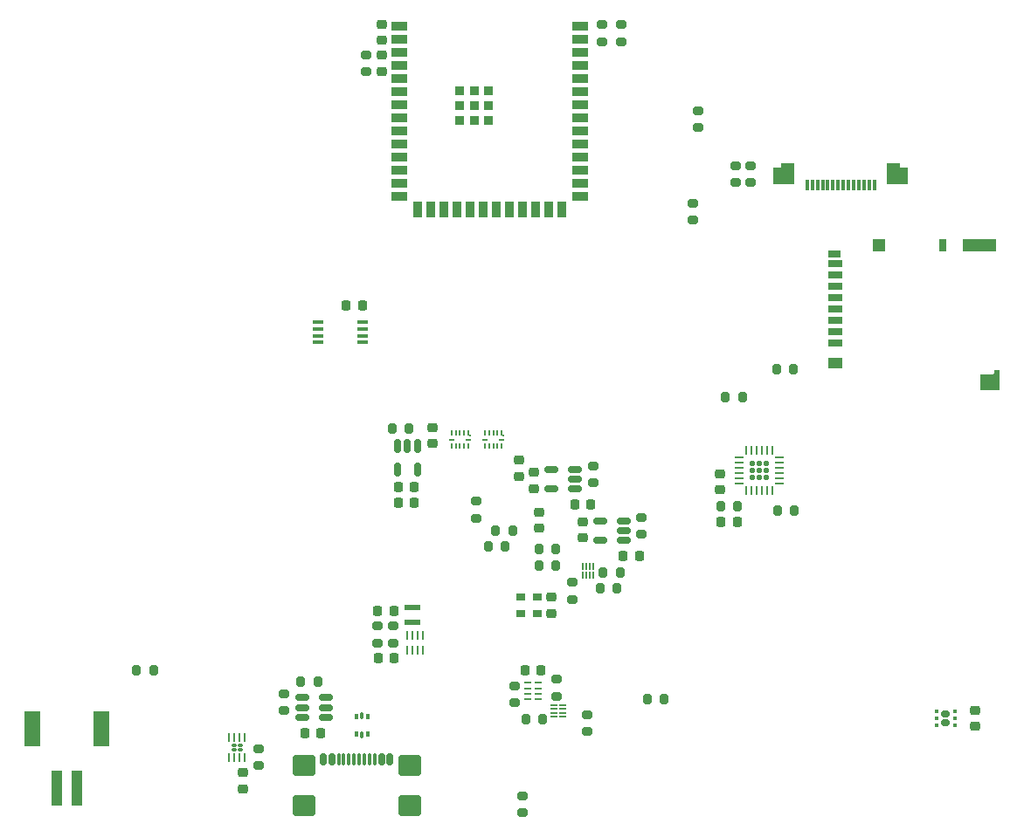
<source format=gbr>
%TF.GenerationSoftware,KiCad,Pcbnew,9.0.6+1*%
%TF.CreationDate,2026-01-19T19:04:29+00:00*%
%TF.ProjectId,Mainboard,4d61696e-626f-4617-9264-2e6b69636164, + (Unreleased)*%
%TF.SameCoordinates,Original*%
%TF.FileFunction,Paste,Top*%
%TF.FilePolarity,Positive*%
%FSLAX46Y46*%
G04 Gerber Fmt 4.6, Leading zero omitted, Abs format (unit mm)*
G04 Created by KiCad (PCBNEW 9.0.6+1) date 2026-01-19 19:04:29*
%MOMM*%
%LPD*%
G01*
G04 APERTURE LIST*
G04 Aperture macros list*
%AMRoundRect*
0 Rectangle with rounded corners*
0 $1 Rounding radius*
0 $2 $3 $4 $5 $6 $7 $8 $9 X,Y pos of 4 corners*
0 Add a 4 corners polygon primitive as box body*
4,1,4,$2,$3,$4,$5,$6,$7,$8,$9,$2,$3,0*
0 Add four circle primitives for the rounded corners*
1,1,$1+$1,$2,$3*
1,1,$1+$1,$4,$5*
1,1,$1+$1,$6,$7*
1,1,$1+$1,$8,$9*
0 Add four rect primitives between the rounded corners*
20,1,$1+$1,$2,$3,$4,$5,0*
20,1,$1+$1,$4,$5,$6,$7,0*
20,1,$1+$1,$6,$7,$8,$9,0*
20,1,$1+$1,$8,$9,$2,$3,0*%
%AMRotRect*
0 Rectangle, with rotation*
0 The origin of the aperture is its center*
0 $1 length*
0 $2 width*
0 $3 Rotation angle, in degrees counterclockwise*
0 Add horizontal line*
21,1,$1,$2,0,0,$3*%
%AMFreePoly0*
4,1,7,1.050000,-0.975000,-0.250000,-0.975000,-0.250000,-0.625000,-1.050000,-0.625000,-1.050000,0.975000,1.050000,0.975000,1.050000,-0.975000,1.050000,-0.975000,$1*%
%AMFreePoly1*
4,1,7,1.050000,-0.625000,0.250000,-0.625000,0.250000,-0.975000,-1.050000,-0.975000,-1.050000,0.975000,1.050000,0.975000,1.050000,-0.625000,1.050000,-0.625000,$1*%
G04 Aperture macros list end*
%ADD10RoundRect,0.225000X0.250000X-0.225000X0.250000X0.225000X-0.250000X0.225000X-0.250000X-0.225000X0*%
%ADD11R,1.100000X0.400000*%
%ADD12RoundRect,0.225000X0.225000X0.250000X-0.225000X0.250000X-0.225000X-0.250000X0.225000X-0.250000X0*%
%ADD13RoundRect,0.200000X-0.200000X-0.275000X0.200000X-0.275000X0.200000X0.275000X-0.200000X0.275000X0*%
%ADD14RoundRect,0.200000X0.275000X-0.200000X0.275000X0.200000X-0.275000X0.200000X-0.275000X-0.200000X0*%
%ADD15RoundRect,0.225000X-0.250000X0.225000X-0.250000X-0.225000X0.250000X-0.225000X0.250000X0.225000X0*%
%ADD16RoundRect,0.200000X-0.275000X0.200000X-0.275000X-0.200000X0.275000X-0.200000X0.275000X0.200000X0*%
%ADD17R,0.850000X0.650000*%
%ADD18RoundRect,0.075000X0.075000X0.475000X-0.075000X0.475000X-0.075000X-0.475000X0.075000X-0.475000X0*%
%ADD19FreePoly0,180.000000*%
%ADD20FreePoly1,180.000000*%
%ADD21RoundRect,0.150000X0.512500X0.150000X-0.512500X0.150000X-0.512500X-0.150000X0.512500X-0.150000X0*%
%ADD22R,0.650000X0.170000*%
%ADD23RoundRect,0.200000X0.200000X0.275000X-0.200000X0.275000X-0.200000X-0.275000X0.200000X-0.275000X0*%
%ADD24RoundRect,0.160000X-0.245000X-0.160000X0.245000X-0.160000X0.245000X0.160000X-0.245000X0.160000X0*%
%ADD25RoundRect,0.093750X-0.093750X-0.106250X0.093750X-0.106250X0.093750X0.106250X-0.093750X0.106250X0*%
%ADD26R,0.170000X0.650000*%
%ADD27RoundRect,0.080000X0.160000X-0.080000X0.160000X0.080000X-0.160000X0.080000X-0.160000X-0.080000X0*%
%ADD28RoundRect,0.062500X0.062500X-0.325000X0.062500X0.325000X-0.062500X0.325000X-0.062500X-0.325000X0*%
%ADD29RoundRect,0.225000X-0.225000X-0.250000X0.225000X-0.250000X0.225000X0.250000X-0.225000X0.250000X0*%
%ADD30RoundRect,0.093750X0.093750X-0.156250X0.093750X0.156250X-0.093750X0.156250X-0.093750X-0.156250X0*%
%ADD31RoundRect,0.075000X0.075000X-0.250000X0.075000X0.250000X-0.075000X0.250000X-0.075000X-0.250000X0*%
%ADD32R,0.700000X0.270000*%
%ADD33RoundRect,0.062500X0.062500X-0.337500X0.062500X0.337500X-0.062500X0.337500X-0.062500X-0.337500X0*%
%ADD34R,0.200000X0.600000*%
%ADD35R,0.250000X0.150000*%
%ADD36R,0.600000X0.200000*%
%ADD37RoundRect,0.140000X0.140000X-0.140000X0.140000X0.140000X-0.140000X0.140000X-0.140000X-0.140000X0*%
%ADD38RoundRect,0.062500X0.062500X-0.375000X0.062500X0.375000X-0.062500X0.375000X-0.062500X-0.375000X0*%
%ADD39RoundRect,0.062500X0.375000X-0.062500X0.375000X0.062500X-0.375000X0.062500X-0.375000X-0.062500X0*%
%ADD40R,0.900000X0.900000*%
%ADD41R,1.500000X0.900000*%
%ADD42R,0.900000X1.500000*%
%ADD43RoundRect,0.137500X0.662500X-0.137500X0.662500X0.137500X-0.662500X0.137500X-0.662500X-0.137500X0*%
%ADD44RoundRect,0.150000X-0.150000X0.512500X-0.150000X-0.512500X0.150000X-0.512500X0.150000X0.512500X0*%
%ADD45R,1.000000X3.500000*%
%ADD46R,1.500000X3.400000*%
%ADD47R,1.400000X0.700000*%
%ADD48R,1.200000X0.700000*%
%ADD49R,0.800000X1.200000*%
%ADD50R,1.900000X1.500000*%
%ADD51RotRect,0.200000X0.200000X135.000000*%
%ADD52R,0.500000X0.500000*%
%ADD53R,1.400000X1.000000*%
%ADD54R,1.200000X1.200000*%
%ADD55R,3.200000X1.200000*%
%ADD56RoundRect,0.150000X-0.150000X-0.425000X0.150000X-0.425000X0.150000X0.425000X-0.150000X0.425000X0*%
%ADD57RoundRect,0.075000X-0.075000X-0.500000X0.075000X-0.500000X0.075000X0.500000X-0.075000X0.500000X0*%
%ADD58RoundRect,0.250000X-0.840000X-0.750000X0.840000X-0.750000X0.840000X0.750000X-0.840000X0.750000X0*%
G04 APERTURE END LIST*
D10*
%TO.C,C811*%
X225000000Y-169150000D03*
X225000000Y-167600000D03*
%TD*%
D11*
%TO.C,IC1104*%
X199350000Y-148225000D03*
X199350000Y-148875000D03*
X199350000Y-149525000D03*
X199350000Y-150175000D03*
X203650000Y-150175000D03*
X203650000Y-149525000D03*
X203650000Y-148875000D03*
X203650000Y-148225000D03*
%TD*%
D12*
%TO.C,C806*%
X206700000Y-176225000D03*
X205150000Y-176225000D03*
%TD*%
D13*
%TO.C,R1202*%
X238825000Y-155500000D03*
X240475000Y-155500000D03*
%TD*%
D14*
%TO.C,R1402*%
X241300000Y-134700000D03*
X241300000Y-133050000D03*
%TD*%
D15*
%TO.C,C901*%
X205500000Y-122325000D03*
X205500000Y-123875000D03*
%TD*%
D16*
%TO.C,R805*%
X226000000Y-162150000D03*
X226000000Y-163800000D03*
%TD*%
D17*
%TO.C,Y1001*%
X220575000Y-176500000D03*
X220575000Y-174850000D03*
X219025000Y-174850000D03*
X219025000Y-176500000D03*
%TD*%
D18*
%TO.C,X1401*%
X253250000Y-134900000D03*
X252750000Y-134900000D03*
X252250000Y-134900000D03*
X251750000Y-134900000D03*
X251250000Y-134900000D03*
X250750000Y-134900000D03*
X250250000Y-134900000D03*
X249750000Y-134900000D03*
X249250000Y-134900000D03*
X248750000Y-134900000D03*
X248250000Y-134900000D03*
X247750000Y-134900000D03*
X247250000Y-134900000D03*
X246750000Y-134900000D03*
D19*
X255500000Y-133775000D03*
D20*
X244500000Y-133775000D03*
%TD*%
D12*
%TO.C,C1101*%
X239975000Y-167600000D03*
X238425000Y-167600000D03*
%TD*%
D21*
%TO.C,IC804*%
X224275000Y-164375000D03*
X224275000Y-163425000D03*
X224275000Y-162475000D03*
X222000000Y-162475000D03*
X222000000Y-164375000D03*
%TD*%
D22*
%TO.C,IC1103*%
X223024999Y-186450000D03*
X223025000Y-186100000D03*
X223025000Y-185750000D03*
X223024999Y-185400000D03*
X222175001Y-185400000D03*
X222175000Y-185750000D03*
X222175000Y-186100000D03*
X222175001Y-186450000D03*
%TD*%
D14*
%TO.C,R1110*%
X218400000Y-185125000D03*
X218400000Y-183475000D03*
%TD*%
D10*
%TO.C,C1003*%
X222000000Y-176450000D03*
X222000000Y-174900000D03*
%TD*%
D23*
%TO.C,R1006*%
X228625000Y-172500000D03*
X226975000Y-172500000D03*
%TD*%
D16*
%TO.C,R902*%
X224000000Y-173475000D03*
X224000000Y-175125000D03*
%TD*%
D23*
%TO.C,R704*%
X199330000Y-183100000D03*
X197680000Y-183100000D03*
%TD*%
D24*
%TO.C,IC1102*%
X260187500Y-186250000D03*
X260187500Y-187050000D03*
D25*
X259300000Y-186000000D03*
X259300000Y-186650000D03*
X259300000Y-187300000D03*
X261075000Y-187300000D03*
X261075000Y-186650000D03*
X261075000Y-186000000D03*
%TD*%
D13*
%TO.C,R1203*%
X243775000Y-152800000D03*
X245425000Y-152800000D03*
%TD*%
D15*
%TO.C,C1103*%
X262987500Y-185875000D03*
X262987500Y-187425000D03*
%TD*%
D23*
%TO.C,R1003*%
X222425000Y-171800000D03*
X220775000Y-171800000D03*
%TD*%
D14*
%TO.C,R1403*%
X239800000Y-134700000D03*
X239800000Y-133050000D03*
%TD*%
D10*
%TO.C,C810*%
X220300000Y-164350000D03*
X220300000Y-162800000D03*
%TD*%
D23*
%TO.C,R1001*%
X222425000Y-170250000D03*
X220775000Y-170250000D03*
%TD*%
D13*
%TO.C,R1112*%
X243870000Y-166500000D03*
X245520000Y-166500000D03*
%TD*%
%TO.C,R901*%
X226700000Y-174000000D03*
X228350000Y-174000000D03*
%TD*%
D26*
%TO.C,IC1002*%
X226050000Y-171950002D03*
X225700000Y-171950001D03*
X225350000Y-171950001D03*
X225000000Y-171950002D03*
X225000000Y-172800000D03*
X225350000Y-172800001D03*
X225700000Y-172800001D03*
X226050000Y-172800000D03*
%TD*%
D23*
%TO.C,R1004*%
X218225000Y-168450000D03*
X216575000Y-168450000D03*
%TD*%
D14*
%TO.C,R1111*%
X222500000Y-184525000D03*
X222500000Y-182875000D03*
%TD*%
D16*
%TO.C,R806*%
X230700000Y-167150000D03*
X230700000Y-168800000D03*
%TD*%
D27*
%TO.C,IC703*%
X191200000Y-189699999D03*
X191800000Y-189699999D03*
X191200000Y-189300001D03*
X191800000Y-189300001D03*
D28*
X190750000Y-190487500D03*
X191250000Y-190487500D03*
X191750000Y-190487500D03*
X192250000Y-190487500D03*
X192250000Y-188512500D03*
X191750000Y-188512500D03*
X191250000Y-188512500D03*
X190750000Y-188512500D03*
%TD*%
D29*
%TO.C,C808*%
X228925000Y-170875000D03*
X230475000Y-170875000D03*
%TD*%
D30*
%TO.C,IC701*%
X203067500Y-188150000D03*
D31*
X203605000Y-188225000D03*
D30*
X204142500Y-188150000D03*
X204142500Y-186450000D03*
D31*
X203605000Y-186375000D03*
D30*
X203067500Y-186450000D03*
%TD*%
D23*
%TO.C,R1005*%
X217475000Y-170000000D03*
X215825000Y-170000000D03*
%TD*%
D29*
%TO.C,C701*%
X198055000Y-188100000D03*
X199605000Y-188100000D03*
%TD*%
D13*
%TO.C,R807*%
X206550000Y-158500000D03*
X208200000Y-158500000D03*
%TD*%
%TO.C,R1108*%
X231250000Y-184800000D03*
X232900000Y-184800000D03*
%TD*%
D32*
%TO.C,IC1105*%
X220700000Y-184810000D03*
X220700000Y-184270000D03*
X220700000Y-183730000D03*
X220700000Y-183190000D03*
X219700000Y-183190000D03*
X219700000Y-183730000D03*
X219700000Y-184270000D03*
X219700000Y-184810000D03*
%TD*%
D33*
%TO.C,IC801*%
X207979999Y-180025000D03*
X208480000Y-180025000D03*
X208980000Y-180025000D03*
X209480001Y-180025000D03*
X209480001Y-178575000D03*
X208980000Y-178575000D03*
X208480000Y-178575000D03*
X207979999Y-178575000D03*
%TD*%
D16*
%TO.C,R1401*%
X236200000Y-127675000D03*
X236200000Y-129325000D03*
%TD*%
%TO.C,R903*%
X204000000Y-122275000D03*
X204000000Y-123925000D03*
%TD*%
D10*
%TO.C,C902*%
X205500000Y-120875000D03*
X205500000Y-119325000D03*
%TD*%
D12*
%TO.C,C1104*%
X203650000Y-146600000D03*
X202100000Y-146600000D03*
%TD*%
D16*
%TO.C,R1107*%
X225400000Y-186300000D03*
X225400000Y-187950000D03*
%TD*%
D34*
%TO.C,IC1001*%
X213900001Y-158950000D03*
D35*
X214075001Y-159175000D03*
D34*
X213500001Y-158950000D03*
X213100001Y-158950000D03*
X212700001Y-158950000D03*
X212300001Y-158950000D03*
D36*
X212300001Y-159600000D03*
D34*
X212300001Y-160250000D03*
X212700001Y-160250000D03*
X213100001Y-160250000D03*
X213500001Y-160250000D03*
X213900001Y-160250000D03*
D36*
X213900001Y-159600000D03*
%TD*%
D14*
%TO.C,R1102*%
X226900000Y-121025000D03*
X226900000Y-119375000D03*
%TD*%
D16*
%TO.C,R1002*%
X214650000Y-165575000D03*
X214650000Y-167225000D03*
%TD*%
D14*
%TO.C,R1404*%
X228700000Y-121025000D03*
X228700000Y-119375000D03*
%TD*%
D37*
%TO.C,IC1101*%
X241400000Y-163300000D03*
X242100000Y-163300000D03*
X242800000Y-163300000D03*
X241400000Y-162600000D03*
X242100000Y-162600000D03*
X242800000Y-162600000D03*
X241400000Y-161900000D03*
X242100000Y-161900000D03*
X242800000Y-161900000D03*
D38*
X240850000Y-164537500D03*
X241350000Y-164537499D03*
X241850000Y-164537500D03*
X242350000Y-164537500D03*
X242850000Y-164537499D03*
X243350000Y-164537500D03*
D39*
X244037500Y-163850000D03*
X244037499Y-163350000D03*
X244037500Y-162850000D03*
X244037500Y-162350000D03*
X244037499Y-161850000D03*
X244037500Y-161350000D03*
D38*
X243350000Y-160662500D03*
X242850000Y-160662501D03*
X242350000Y-160662500D03*
X241850000Y-160662500D03*
X241350000Y-160662501D03*
X240850000Y-160662500D03*
D39*
X240162500Y-161350000D03*
X240162501Y-161850000D03*
X240162500Y-162350000D03*
X240162500Y-162850000D03*
X240162501Y-163350000D03*
X240162500Y-163850000D03*
%TD*%
D10*
%TO.C,C809*%
X210475000Y-159975000D03*
X210475000Y-158425000D03*
%TD*%
D40*
%TO.C,M901*%
X213100000Y-125810000D03*
X213100000Y-127210000D03*
X213100000Y-128610000D03*
X214500000Y-125810000D03*
X214500000Y-127210000D03*
X214500000Y-128610000D03*
X215900000Y-125810000D03*
X215900000Y-127210000D03*
X215900000Y-128610000D03*
D41*
X207250000Y-119490000D03*
X207250000Y-120760000D03*
X207250000Y-122030000D03*
X207250000Y-123300000D03*
X207250000Y-124570000D03*
X207250000Y-125840000D03*
X207250000Y-127110000D03*
X207250000Y-128380000D03*
X207250000Y-129650000D03*
X207250000Y-130920000D03*
X207250000Y-132190000D03*
X207250000Y-133460000D03*
X207250000Y-134730000D03*
X207250000Y-136000000D03*
D42*
X209015000Y-137250000D03*
X210285000Y-137250000D03*
X211555000Y-137250000D03*
X212825000Y-137250000D03*
X214095000Y-137250000D03*
X215365000Y-137250000D03*
X216635000Y-137250000D03*
X217905000Y-137250000D03*
X219175000Y-137250000D03*
X220445000Y-137250000D03*
X221715000Y-137250000D03*
X222985000Y-137250000D03*
D41*
X224750000Y-136000000D03*
X224750000Y-134730000D03*
X224750000Y-133460000D03*
X224750000Y-132190000D03*
X224750000Y-130920000D03*
X224750000Y-129650000D03*
X224750000Y-128380000D03*
X224750000Y-127110000D03*
X224750000Y-125840000D03*
X224750000Y-124570000D03*
X224750000Y-123300000D03*
X224750000Y-122030000D03*
X224750000Y-120760000D03*
X224750000Y-119490000D03*
%TD*%
D29*
%TO.C,C1105*%
X219425000Y-182000000D03*
X220975000Y-182000000D03*
%TD*%
D16*
%TO.C,R808*%
X219200000Y-194175000D03*
X219200000Y-195825000D03*
%TD*%
D12*
%TO.C,C812*%
X208675000Y-164200000D03*
X207125000Y-164200000D03*
%TD*%
D16*
%TO.C,R1405*%
X235700000Y-136650000D03*
X235700000Y-138300000D03*
%TD*%
D43*
%TO.C,L801*%
X208525000Y-177349999D03*
X208525000Y-175900001D03*
%TD*%
D12*
%TO.C,C1002*%
X208675000Y-165750000D03*
X207125000Y-165750000D03*
%TD*%
D44*
%TO.C,IC806*%
X208970000Y-160232500D03*
X208020000Y-160232500D03*
X207070000Y-160232500D03*
X207070000Y-162507500D03*
X208970000Y-162507500D03*
%TD*%
D15*
%TO.C,C1001*%
X220800000Y-166625000D03*
X220800000Y-168175000D03*
%TD*%
%TO.C,C703*%
X192105000Y-191925000D03*
X192105000Y-193475000D03*
%TD*%
D34*
%TO.C,IC1003*%
X217150000Y-158950000D03*
D35*
X217325000Y-159175000D03*
D34*
X216750000Y-158950000D03*
X216350000Y-158950000D03*
X215950000Y-158950000D03*
X215550000Y-158950000D03*
D36*
X215550000Y-159600000D03*
D34*
X215550000Y-160250000D03*
X215950000Y-160250000D03*
X216350000Y-160250000D03*
X216750000Y-160250000D03*
X217150000Y-160250000D03*
D36*
X217150000Y-159600000D03*
%TD*%
D16*
%TO.C,R803*%
X206650000Y-177675000D03*
X206650000Y-179325000D03*
%TD*%
D23*
%TO.C,R1101*%
X240025000Y-166100000D03*
X238375000Y-166100000D03*
%TD*%
D15*
%TO.C,C1102*%
X238300000Y-162925000D03*
X238300000Y-164475000D03*
%TD*%
D14*
%TO.C,R703*%
X196054999Y-185925000D03*
X196054999Y-184275000D03*
%TD*%
D12*
%TO.C,C801*%
X206750000Y-180775000D03*
X205200000Y-180775000D03*
%TD*%
D45*
%TO.C,X702*%
X176000000Y-193450000D03*
X174000000Y-193450000D03*
D46*
X178350000Y-187700000D03*
X171650000Y-187700000D03*
%TD*%
D10*
%TO.C,C1004*%
X218800000Y-163175000D03*
X218800000Y-161625000D03*
%TD*%
D16*
%TO.C,R710*%
X193600000Y-189575000D03*
X193600000Y-191225000D03*
%TD*%
D14*
%TO.C,R804*%
X205150000Y-179325000D03*
X205150000Y-177675000D03*
%TD*%
D47*
%TO.C,X1301*%
X249475000Y-150275000D03*
X249475000Y-149175000D03*
X249475000Y-148075000D03*
X249475000Y-146975000D03*
X249475000Y-145875000D03*
X249475000Y-144775000D03*
X249475000Y-143675000D03*
X249475000Y-142575000D03*
D48*
X249375000Y-141625000D03*
D49*
X259875000Y-140775000D03*
D50*
X264475000Y-154075000D03*
D51*
X264925000Y-153325000D03*
D52*
X265175000Y-153075000D03*
D53*
X249475000Y-152175000D03*
D54*
X253675000Y-140775000D03*
D55*
X263475000Y-140775000D03*
%TD*%
D23*
%TO.C,TH701*%
X183399999Y-182000000D03*
X181749999Y-182000000D03*
%TD*%
D56*
%TO.C,X701*%
X199900000Y-190620000D03*
X200700000Y-190620000D03*
D57*
X201850000Y-190620000D03*
X202850000Y-190620000D03*
X203350000Y-190620000D03*
X204350000Y-190620000D03*
D56*
X205500000Y-190620000D03*
X206300000Y-190620000D03*
X206300000Y-190620000D03*
X205500000Y-190620000D03*
D57*
X204850000Y-190620000D03*
X203850000Y-190620000D03*
X202350000Y-190620000D03*
X201350000Y-190620000D03*
D56*
X200700000Y-190620000D03*
X199900000Y-190620000D03*
D58*
X197990000Y-191195000D03*
X197990000Y-195125000D03*
X208210000Y-191195000D03*
X208210000Y-195125000D03*
%TD*%
D29*
%TO.C,C807*%
X224225000Y-165875000D03*
X225775000Y-165875000D03*
%TD*%
D13*
%TO.C,R1109*%
X219475000Y-186700000D03*
X221125000Y-186700000D03*
%TD*%
D21*
%TO.C,IC702*%
X200137500Y-186549999D03*
X200137500Y-185600000D03*
X200137500Y-184650001D03*
X197862500Y-184650001D03*
X197862500Y-185600000D03*
X197862500Y-186549999D03*
%TD*%
%TO.C,IC805*%
X228975000Y-169375001D03*
X228975000Y-168425001D03*
X228975000Y-167475001D03*
X226700000Y-167475001D03*
X226700000Y-169375001D03*
%TD*%
M02*

</source>
